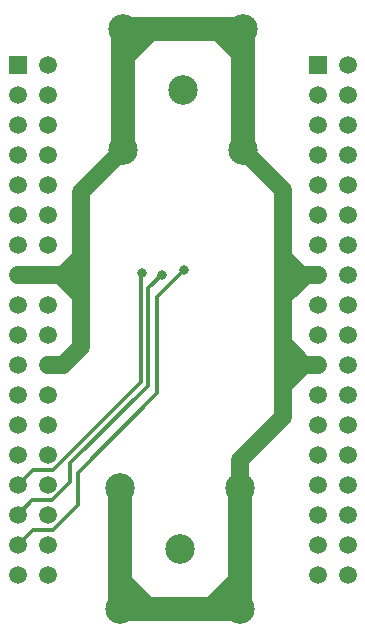
<source format=gbl>
G04 Layer_Physical_Order=2*
G04 Layer_Color=16711680*
%FSLAX42Y42*%
%MOMM*%
G71*
G01*
G75*
%ADD17C,0.30*%
%ADD19C,1.50*%
%ADD20R,1.50X1.50*%
%ADD21C,2.50*%
%ADD22C,0.80*%
%ADD23C,1.50*%
%ADD24C,2.00*%
D17*
X20482Y7705D02*
Y7712D01*
X20257Y7480D02*
X20482Y7705D01*
X20257Y6668D02*
Y7480D01*
X20180Y7557D02*
X20295Y7671D01*
X19583Y5994D02*
X20257Y6668D01*
X19583Y5723D02*
Y5994D01*
X19372Y5512D02*
X19583Y5723D01*
X19520Y5914D02*
Y6071D01*
X19365Y5759D02*
X19520Y5914D01*
Y6071D02*
X20180Y6731D01*
X19202Y5512D02*
X19372D01*
X19075Y5385D02*
X19202Y5512D01*
X20180Y6731D02*
Y7557D01*
X20117Y6764D02*
Y7670D01*
X20131Y7683D01*
X19372Y6020D02*
X20117Y6764D01*
X19195Y5759D02*
X19365D01*
X19075Y5639D02*
X19195Y5759D01*
X19202Y6020D02*
X19372D01*
X19075Y5893D02*
X19202Y6020D01*
D19*
X19329Y5131D02*
D03*
X19075D02*
D03*
X19329Y5385D02*
D03*
X19075D02*
D03*
X19329Y5639D02*
D03*
X19075D02*
D03*
X19329Y5893D02*
D03*
X19075D02*
D03*
X19329Y6147D02*
D03*
X19075D02*
D03*
X19329Y6401D02*
D03*
X19075D02*
D03*
X19329Y6655D02*
D03*
X19075D02*
D03*
X19329Y6909D02*
D03*
X19075D02*
D03*
X19329Y7163D02*
D03*
X19075D02*
D03*
X19329Y7417D02*
D03*
X19075D02*
D03*
X19329Y7671D02*
D03*
X19075D02*
D03*
X19329Y7925D02*
D03*
X19075D02*
D03*
X19329Y8179D02*
D03*
X19075D02*
D03*
X19329Y8433D02*
D03*
X19075D02*
D03*
X19329Y8687D02*
D03*
X19075D02*
D03*
X19329Y8941D02*
D03*
X19075D02*
D03*
X19329Y9195D02*
D03*
X19075D02*
D03*
X19329Y9449D02*
D03*
X21869Y5131D02*
D03*
X21615D02*
D03*
X21869Y5385D02*
D03*
X21615D02*
D03*
X21869Y5639D02*
D03*
X21615D02*
D03*
X21869Y5893D02*
D03*
X21615D02*
D03*
X21869Y6147D02*
D03*
X21615D02*
D03*
X21869Y6401D02*
D03*
X21615D02*
D03*
X21869Y6655D02*
D03*
X21615D02*
D03*
X21869Y6909D02*
D03*
X21615D02*
D03*
X21869Y7163D02*
D03*
X21615D02*
D03*
X21869Y7417D02*
D03*
X21615D02*
D03*
X21869Y7671D02*
D03*
X21615D02*
D03*
X21869Y7925D02*
D03*
X21615D02*
D03*
X21869Y8179D02*
D03*
X21615D02*
D03*
X21869Y8433D02*
D03*
X21615D02*
D03*
X21869Y8687D02*
D03*
X21615D02*
D03*
X21869Y8941D02*
D03*
X21615D02*
D03*
X21869Y9195D02*
D03*
X21615D02*
D03*
X21869Y9449D02*
D03*
D20*
X19075D02*
D03*
X21615D02*
D03*
D21*
X20472Y9233D02*
D03*
X19964Y9746D02*
D03*
Y8725D02*
D03*
X20985D02*
D03*
Y9746D02*
D03*
X20447Y5347D02*
D03*
X19939Y5860D02*
D03*
Y4839D02*
D03*
X20960D02*
D03*
Y5860D02*
D03*
D22*
X20482Y7712D02*
D03*
X20295Y7671D02*
D03*
X20131Y7683D02*
D03*
D23*
X19609Y7061D02*
Y7493D01*
X19456Y6909D02*
X19609Y7061D01*
X19329Y6909D02*
X19456D01*
X21323Y6744D02*
Y7087D01*
Y6464D02*
Y6744D01*
X21336D01*
X21501Y6909D01*
X20960Y6101D02*
X21323Y6464D01*
X20960Y5860D02*
Y6101D01*
X19964Y9487D02*
X20206Y9728D01*
Y9746D01*
X19609Y7823D02*
Y8369D01*
Y7493D02*
Y7823D01*
X19431Y7671D02*
X19456D01*
X19329D02*
X19431D01*
X19456D02*
X19609Y7823D01*
X21323D02*
Y8387D01*
Y7480D02*
Y7823D01*
X21476Y7671D02*
X21514D01*
X21323Y7823D02*
X21476Y7671D01*
X20985Y8725D02*
X21323Y8387D01*
X19609Y8369D02*
X19964Y8725D01*
X19431Y7671D02*
X19609Y7493D01*
X19075Y7671D02*
X19329D01*
X21323Y7087D02*
Y7480D01*
Y7087D02*
X21501Y6909D01*
X21615D01*
X21323Y7480D02*
X21514Y7671D01*
X21615D01*
D24*
X20960Y5072D02*
Y5860D01*
X20726Y4839D02*
X20960D01*
X20168D02*
X20726D01*
X20960Y5072D01*
Y4839D02*
Y5072D01*
X19939Y4839D02*
X20168D01*
X19939Y5067D02*
X20168Y4839D01*
X19939Y5067D02*
Y5860D01*
Y4839D02*
Y5067D01*
Y5156D01*
X20790Y9746D02*
X20985D01*
Y9550D02*
Y9746D01*
Y8725D02*
Y9550D01*
X20790Y9746D02*
X20985Y9550D01*
X20206Y9746D02*
X20790D01*
X19964D02*
X20206D01*
X19964Y9487D02*
Y9746D01*
Y8725D02*
Y9487D01*
M02*

</source>
